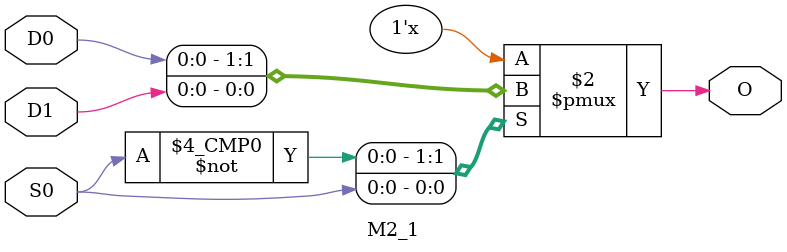
<source format=v>
module M2_1 (O, D0, D1, S0);
    

   output O;

   input  D0;
   input  D1;
   input  S0;

   reg O;

   always @ ( D0 or D1 or S0)
   begin
      case(S0)
      1'b0 : O <= D0;
      1'b1 : O <= D1;
      endcase
   end
    
endmodule
</source>
